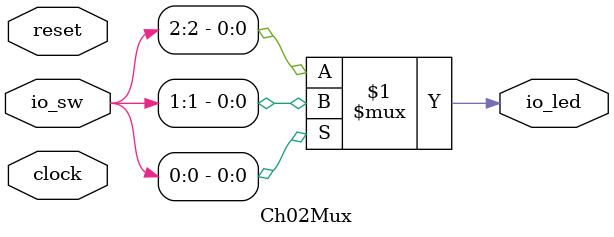
<source format=v>
module Ch02Mux(
  input        clock,
  input        reset,
  input  [2:0] io_sw, // @[\\src\\main\\scala\\Ch02Mux.scala 4:14]
  output       io_led // @[\\src\\main\\scala\\Ch02Mux.scala 4:14]
);
  assign io_led = io_sw[0] ? io_sw[1] : io_sw[2]; // @[\\src\\main\\scala\\Ch02Mux.scala 9:16]
endmodule

</source>
